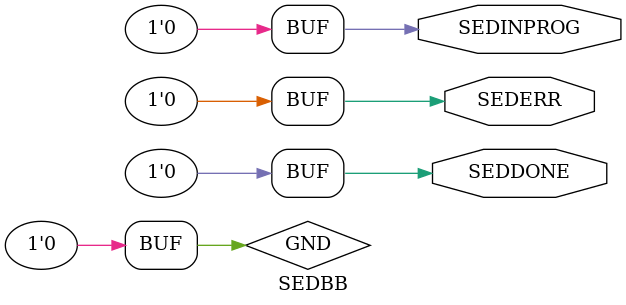
<source format=v>
`resetall
`timescale 1 ns / 1 ps

`celldefine

module SEDBB (SEDERR, SEDDONE, SEDINPROG);
  output SEDERR, SEDDONE, SEDINPROG;

  supply0 GND;
  buf (SEDERR, GND);
  buf (SEDDONE, GND);
  buf (SEDINPROG, GND);

endmodule 

`endcelldefine

</source>
